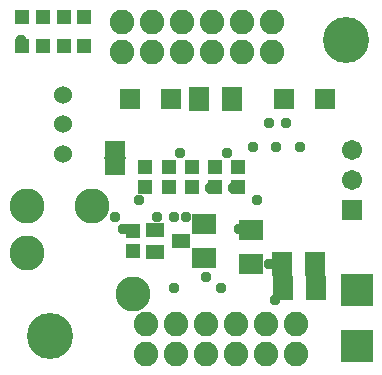
<source format=gbr>
G04 EAGLE Gerber RS-274X export*
G75*
%MOMM*%
%FSLAX34Y34*%
%LPD*%
%INSoldermask Top*%
%IPPOS*%
%AMOC8*
5,1,8,0,0,1.08239X$1,22.5*%
G01*
%ADD10R,1.203200X1.303200*%
%ADD11R,1.303200X1.203200*%
%ADD12C,1.524000*%
%ADD13R,1.711200X1.711200*%
%ADD14C,1.711200*%
%ADD15R,1.803200X2.003200*%
%ADD16R,2.003200X1.803200*%
%ADD17R,2.006200X1.803200*%
%ADD18R,1.603200X1.203200*%
%ADD19R,2.743200X2.743200*%
%ADD20R,1.803200X2.006200*%
%ADD21R,1.703200X1.703200*%
%ADD22C,2.963200*%
%ADD23C,2.082800*%
%ADD24C,3.903200*%
%ADD25R,1.803400X1.371600*%
%ADD26R,1.828800X0.152400*%
%ADD27C,0.959600*%


D10*
X179800Y165500D03*
X179800Y182500D03*
X199000Y165500D03*
X199000Y182500D03*
X140600Y165500D03*
X140600Y182500D03*
D11*
X120400Y182500D03*
X120400Y165500D03*
X160200Y182500D03*
X160200Y165500D03*
D12*
X51000Y194000D03*
X51000Y218892D03*
X51000Y244038D03*
D10*
X68500Y285000D03*
X51500Y285000D03*
D13*
X295500Y146600D03*
D14*
X295500Y172000D03*
X295500Y197400D03*
D15*
X236000Y101000D03*
X264000Y101000D03*
D16*
X210000Y101000D03*
X210000Y129000D03*
D17*
X170000Y105780D03*
X170000Y134220D03*
D11*
X110000Y111500D03*
X110000Y128500D03*
D18*
X151000Y120000D03*
X129000Y129500D03*
X129000Y110500D03*
D10*
X68500Y310000D03*
X51500Y310000D03*
X33500Y310000D03*
X16500Y310000D03*
X33500Y285000D03*
X16500Y285000D03*
D19*
X300000Y78495D03*
X300000Y31505D03*
D20*
X265220Y80000D03*
X236780Y80000D03*
D21*
X237500Y240000D03*
X272500Y240000D03*
D20*
X194220Y240000D03*
X165780Y240000D03*
D21*
X107500Y240000D03*
X142500Y240000D03*
D22*
X75000Y150000D03*
X20000Y150000D03*
X110000Y75000D03*
X20000Y110000D03*
D23*
X248000Y50000D03*
X248000Y24600D03*
X222600Y50000D03*
X222600Y24600D03*
X197200Y50000D03*
X197200Y24600D03*
X171800Y50000D03*
X171800Y24600D03*
X146400Y50000D03*
X146400Y24600D03*
X121000Y50000D03*
X121000Y24600D03*
X101000Y280000D03*
X101000Y305400D03*
X126400Y280000D03*
X126400Y305400D03*
X151800Y280000D03*
X151800Y305400D03*
X177200Y280000D03*
X177200Y305400D03*
X202600Y280000D03*
X202600Y305400D03*
X228000Y280000D03*
X228000Y305400D03*
D24*
X40000Y40000D03*
X290000Y290000D03*
D25*
X95000Y182380D03*
X95000Y197620D03*
D26*
X95000Y190000D03*
D27*
X145000Y140000D03*
X200000Y130000D03*
X215000Y155000D03*
X190000Y195000D03*
X150000Y195000D03*
X15000Y290000D03*
X225000Y101000D03*
X231306Y200000D03*
X251306Y200000D03*
X211306Y200000D03*
X225000Y220000D03*
X172300Y90000D03*
X195000Y165000D03*
X155000Y140000D03*
X101322Y130000D03*
X130000Y140000D03*
X95000Y140000D03*
X115000Y155000D03*
X175000Y165000D03*
X185000Y80000D03*
X145000Y80000D03*
X230000Y70000D03*
X240000Y220000D03*
M02*

</source>
